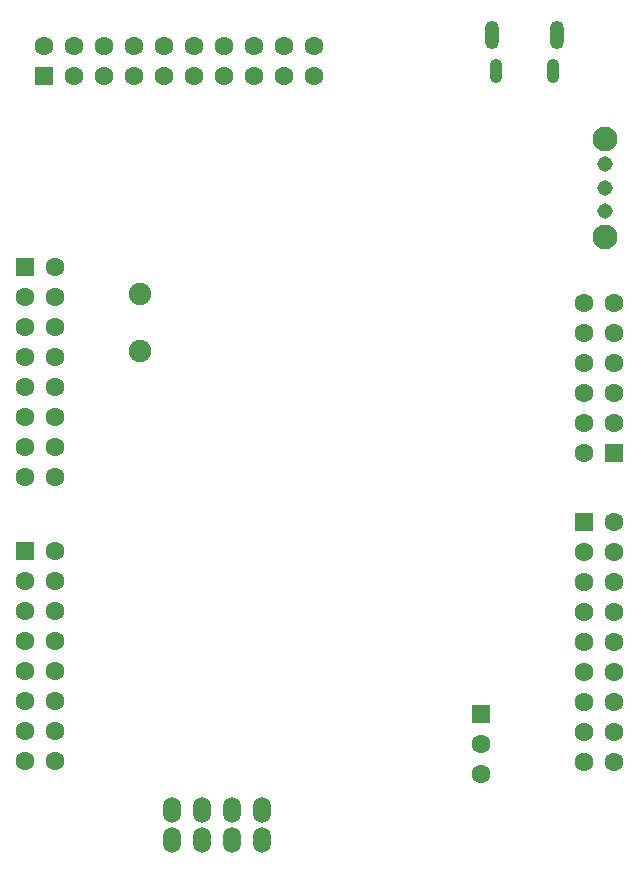
<source format=gbr>
%TF.GenerationSoftware,Altium Limited,Altium Designer,20.2.5 (213)*%
G04 Layer_Color=255*
%FSLAX45Y45*%
%MOMM*%
%TF.SameCoordinates,0B4FD596-2A60-4D0F-BAE7-1B06E363B609*%
%TF.FilePolarity,Positive*%
%TF.FileFunction,Pads,Bot*%
%TF.Part,Single*%
G01*
G75*
%TA.AperFunction,ComponentPad*%
%ADD31C,1.30800*%
%ADD32C,2.10000*%
%ADD33C,1.60000*%
%ADD34R,1.60000X1.60000*%
%ADD35C,1.90500*%
%ADD36R,1.60000X1.60000*%
%ADD37O,1.52400X2.18440*%
%ADD38O,1.20000X2.40000*%
%ADD39O,0.73000X1.46000*%
%TA.AperFunction,ConnectorPad*%
%ADD43O,1.05000X2.10000*%
D31*
X13473134Y9331192D02*
D03*
Y9731192D02*
D03*
Y9531192D02*
D03*
D32*
Y9116192D02*
D03*
Y9946192D02*
D03*
D33*
X12420600Y4826000D02*
D03*
Y4572000D02*
D03*
X8724900Y10731500D02*
D03*
X8978900D02*
D03*
X9232900D02*
D03*
X9486900D02*
D03*
X9740900D02*
D03*
X9994900D02*
D03*
X10248900D02*
D03*
X10502900D02*
D03*
X10756900D02*
D03*
X11010900D02*
D03*
Y10477500D02*
D03*
X10756900D02*
D03*
X10502900D02*
D03*
X10248900D02*
D03*
X9994900D02*
D03*
X9740900D02*
D03*
X9486900D02*
D03*
X9232900D02*
D03*
X8978900D02*
D03*
X13296899Y6451600D02*
D03*
Y6197600D02*
D03*
Y5943600D02*
D03*
Y5689600D02*
D03*
Y5435600D02*
D03*
Y5181600D02*
D03*
Y4927600D02*
D03*
Y4673600D02*
D03*
X13550900D02*
D03*
Y4927600D02*
D03*
Y5181600D02*
D03*
Y5435600D02*
D03*
Y5689600D02*
D03*
Y5943600D02*
D03*
Y6197600D02*
D03*
Y6451600D02*
D03*
Y6705600D02*
D03*
X8558234Y6203792D02*
D03*
Y5949792D02*
D03*
Y5695792D02*
D03*
Y5441792D02*
D03*
Y5187792D02*
D03*
Y4933792D02*
D03*
Y4679792D02*
D03*
X8812234D02*
D03*
Y4933792D02*
D03*
Y5187792D02*
D03*
Y5441792D02*
D03*
Y5695792D02*
D03*
Y5949792D02*
D03*
Y6203792D02*
D03*
Y6457792D02*
D03*
Y8864252D02*
D03*
Y8610252D02*
D03*
Y8356252D02*
D03*
Y8102252D02*
D03*
Y7848252D02*
D03*
Y7594252D02*
D03*
Y7340252D02*
D03*
Y7086252D02*
D03*
X8558234D02*
D03*
Y7340252D02*
D03*
Y7594252D02*
D03*
Y7848252D02*
D03*
Y8102252D02*
D03*
Y8356252D02*
D03*
Y8610252D02*
D03*
X13550999Y8559372D02*
D03*
Y8305372D02*
D03*
Y8051372D02*
D03*
Y7797372D02*
D03*
Y7543372D02*
D03*
X13296999Y8559372D02*
D03*
Y8305372D02*
D03*
Y8051372D02*
D03*
Y7797372D02*
D03*
Y7543372D02*
D03*
Y7289372D02*
D03*
D34*
X12420600Y5080000D02*
D03*
X13296899Y6705600D02*
D03*
X8558234Y6457792D02*
D03*
Y8864252D02*
D03*
X13550999Y7289372D02*
D03*
D35*
X9537700Y8636000D02*
D03*
Y8146004D02*
D03*
D36*
X8724900Y10477500D02*
D03*
D37*
X10564830Y4007337D02*
D03*
X10310830D02*
D03*
X10058100D02*
D03*
X9802830D02*
D03*
X9805370Y4261337D02*
D03*
X10061910D02*
D03*
X10313370D02*
D03*
X10564830D02*
D03*
D38*
X12517900Y10823500D02*
D03*
X13062900D02*
D03*
D39*
X12547900Y10520500D02*
D03*
X13032899D02*
D03*
D43*
X12547900D02*
D03*
X13032899D02*
D03*
%TF.MD5,8d2c4a8a59dfb462150663f4576630b4*%
M02*

</source>
